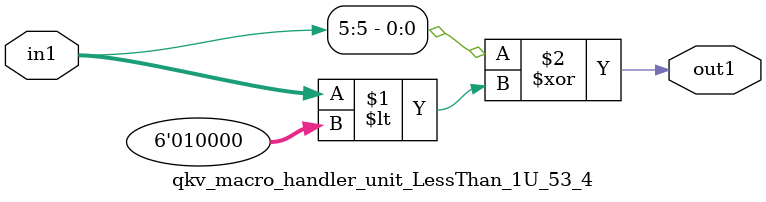
<source format=v>

`timescale 1ps / 1ps


module qkv_macro_handler_unit_LessThan_1U_53_4( in1, out1 );

    input [5:0] in1;
    output out1;

    
    // rtl_process:qkv_macro_handler_unit_LessThan_1U_53_4/qkv_macro_handler_unit_LessThan_1U_53_4_thread_1
    assign out1 = (in1[5] ^ in1 < 6'd16);

endmodule


</source>
